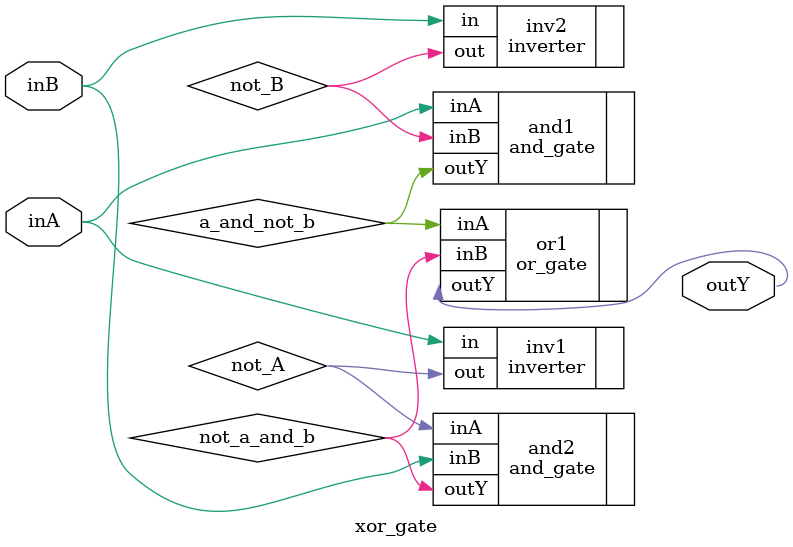
<source format=sv>
module xor_gate (
    input inA,
    input inB,
    output outY
);
    // XOR gate built using: A ⊕ B = (A & ~B) | (~A & B)
    // Step 1: Invert A and B
    wire not_A, not_B;
    inverter inv1 (
        .in(inA),
        .out(not_A)
    );
    
    inverter inv2 (
        .in(inB),
        .out(not_B)
    );
    
    // Step 2: Generate A & ~B
    wire a_and_not_b;
    and_gate and1 (
        .inA(inA),
        .inB(not_B),
        .outY(a_and_not_b)
    );
    
    // Step 3: Generate ~A & B
    wire not_a_and_b;
    and_gate and2 (
        .inA(not_A),
        .inB(inB),
        .outY(not_a_and_b)
    );
    
    // Step 4: OR the results: (A & ~B) | (~A & B)
    or_gate or1 (
        .inA(a_and_not_b),
        .inB(not_a_and_b),
        .outY(outY)
    );
endmodule
</source>
